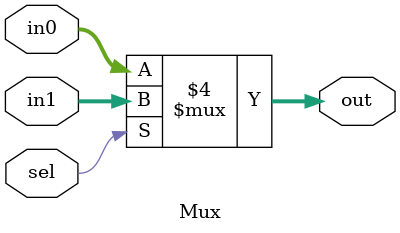
<source format=sv>
module Mux#(
    parameter DATA_WIDTH = 128
)(
    input   logic sel,
    input   logic [DATA_WIDTH-1 : 0] in0,
    input   logic [DATA_WIDTH-1 : 0] in1,
    output  logic [DATA_WIDTH-1 : 0] out
);

always @(*) begin
    if (sel == 0) begin
        out = in0;
    end else begin
        out = in1;
    end
end

endmodule
</source>
